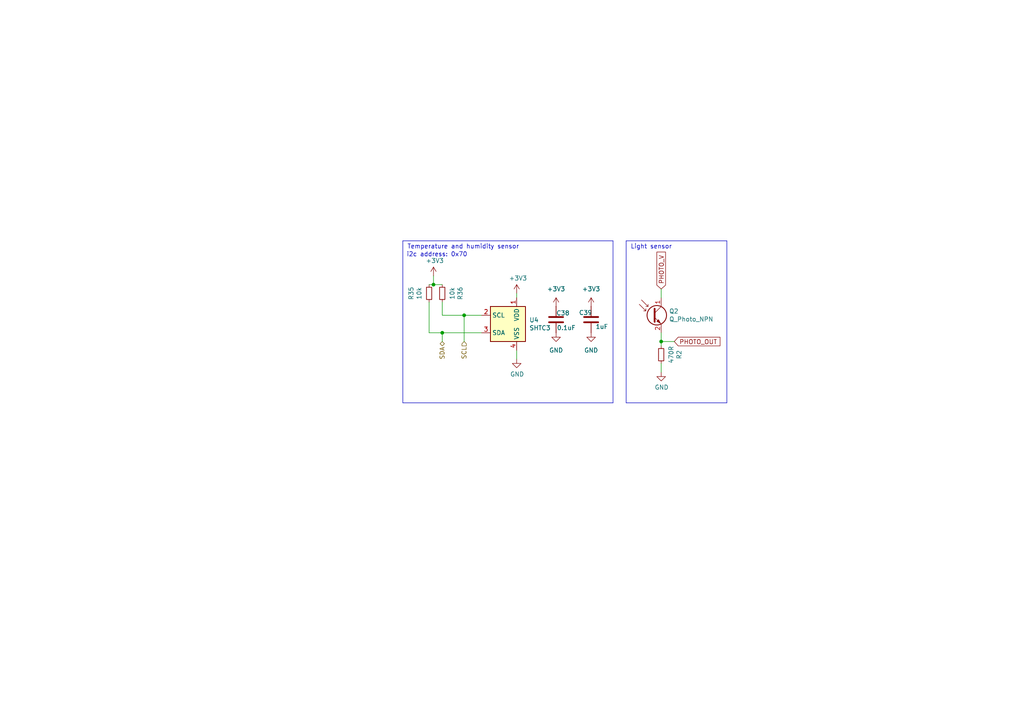
<source format=kicad_sch>
(kicad_sch (version 20250114) (generator "eeschema") (generator_version "9.0")
  (paper "A4")
  (title_block (title "ENV SENSOR") (date "2025-04-25") (rev "1.0.0"))
  (lib_symbols
    (symbol "Device:Q_Photo_NPN" (pin_names (offset 0) (hide yes))
      (property "Reference" "Q" (at 5.08 1.27 0))
      (property "Value" "Q_Photo_NPN" (at 5.08 -1.27 0))
      (symbol "Q_Photo_NPN_0_1"
        (polyline (pts (xy -3.81 3.175) (xy -1.905 1.27) (xy -1.905 1.905)))
        (polyline (pts (xy -3.175 4.445) (xy -1.27 2.54) (xy -1.27 3.175)))
        (polyline (pts (xy -1.905 1.27) (xy -2.54 1.27)))
        (polyline (pts (xy -1.27 2.54) (xy -1.905 2.54)))
        (polyline (pts (xy 0.635 1.905) (xy 0.635 -1.905) (xy 0.635 -1.905)) (stroke (width 0.508)))
        (polyline (pts (xy 0.635 0.635) (xy 2.54 2.54)))
        (polyline (pts (xy 0.635 -0.635) (xy 2.54 -2.54) (xy 2.54 -2.54)))
        (circle (center 1.27 0) (radius 2.8194) (stroke (width 0.254)))
        (polyline (pts (xy 1.27 -1.778) (xy 1.778 -1.27) (xy 2.286 -2.286) (xy 1.27 -1.778) (xy 1.27 -1.778)) (fill (type outline)))
      )
      (symbol "Q_Photo_NPN_1_1"
        (pin passive line (at 2.54 5.08 270) (length 2.54) (name "C") (number "1"))
        (pin passive line (at 2.54 -5.08 90) (length 2.54) (name "E") (number "2"))
      )
    )
    (symbol "Device:R_Small" (pin_numbers (hide yes)) (pin_names (offset 0.254) (hide yes))
      (property "Reference" "R" (at 0 0 90))
      (property "Value" "R_Small" (at 1.778 0 90))
      (symbol "R_Small_0_1"
        (rectangle (start -0.762 1.778) (end 0.762 -1.778) (stroke (width 0.2032)))
      )
      (symbol "R_Small_1_1"
        (pin passive line (at 0 2.54 270) (length 0.762) (name "~") (number "1"))
        (pin passive line (at 0 -2.54 90) (length 0.762) (name "~") (number "2"))
      )
    )
    (symbol "Library:C" (pin_numbers (hide yes)) (pin_names (offset 0.254))
      (property "Reference" "C" (at 0.635 2.54 0))
      (property "Value" "C" (at 0.635 -2.54 0))
      (symbol "C_0_1"
        (polyline (pts (xy -2.032 0.762) (xy 2.032 0.762)) (stroke (width 0.508)))
        (polyline (pts (xy -2.032 -0.762) (xy 2.032 -0.762)) (stroke (width 0.508)))
      )
      (symbol "C_1_1"
        (pin passive line (at 0 3.81 270) (length 2.794) (name "~") (number "1"))
        (pin passive line (at 0 -3.81 90) (length 2.794) (name "~") (number "2"))
      )
    )
    (symbol "Sensor_Humidity:SHTC3"
      (property "Reference" "U" (at -3.81 6.35 0))
      (property "Value" "SHTC3" (at -2.54 -6.35 0))
      (symbol "SHTC3_1_1"
        (rectangle (start -5.08 5.08) (end 5.08 -5.08) (stroke (width 0.254)) (fill (type background)))
        (pin input line (at -7.62 2.54 0) (length 2.54) (name "SCL") (number "2"))
        (pin bidirectional line (at -7.62 -2.54 0) (length 2.54) (name "SDA") (number "3"))
        (pin power_in line (at 2.54 7.62 270) (length 2.54) (name "VDD") (number "1"))
        (pin power_in line (at 2.54 -7.62 90) (length 2.54) (name "VSS") (number "4"))
        (pin no_connect line (at 5.08 0 180) (length 2.54) (hide yes) (name "NC") (number "5"))
      )
    )
    (symbol "power:+1V8" (power) (pin_numbers (hide yes)) (pin_names (offset 0) (hide yes))
      (property "Value" "+1V8" (at 0 3.556 0))
      (symbol "+1V8_0_1"
        (polyline (pts (xy -0.762 1.27) (xy 0 2.54)))
        (polyline (pts (xy 0 2.54) (xy 0.762 1.27)))
        (polyline (pts (xy 0 0) (xy 0 2.54)))
      )
      (symbol "+1V8_1_1"
        (pin power_in line (at 0 0 90) (length 0) (name "~") (number "1"))
      )
    )
    (symbol "power:+3V0" (power) (pin_names (offset 0))
      (property "Value" "+3V0" (at 0 3.556 0))
      (symbol "+3V0_0_1"
        (polyline (pts (xy -0.762 1.27) (xy 0 2.54)))
        (polyline (pts (xy 0 2.54) (xy 0.762 1.27)))
        (polyline (pts (xy 0 0) (xy 0 2.54)))
      )
      (symbol "+3V0_1_1"
        (pin power_in line (at 0 0 90) (length 0) (hide yes) (name "+3V0") (number "1"))
      )
    )
    (symbol "power:GND" (power) (pin_names (offset 0))
      (property "Value" "GND" (at 0 -3.81 0))
      (symbol "GND_0_1"
        (polyline (pts (xy 0 0) (xy 0 -1.27) (xy 1.27 -1.27) (xy 0 -2.54) (xy -1.27 -1.27) (xy 0 -1.27)))
      )
      (symbol "GND_1_1"
        (pin power_in line (at 0 0 270) (length 0) (hide yes) (name "GND") (number "1"))
      )
    )
  )
  (text "i2c address: 0x70" (at 126.746 73.914 0) (effects (font (size 1.27 1.27))))
  (text "Light sensor" (at 182.88 72.39 0) (effects (font (size 1.27 1.27)) (justify left bottom)))
  (text "Temperature and humidity sensor" (at 118.11 72.39 0) (effects (font (size 1.27 1.27)) (justify left bottom)))
  (junction (at 128.27 96.52))
  (junction (at 134.62 91.44))
  (junction (at 125.73 82.55))
  (junction (at 191.77 99.06))
  (wire (pts (xy 134.62 91.44) (xy 128.27 91.44)))
  (polyline (pts (xy 177.8 69.85) (xy 177.8 116.84)))
  (wire (pts (xy 191.77 99.06) (xy 195.58 99.06)))
  (polyline (pts (xy 181.61 69.85) (xy 181.61 116.84)))
  (wire (pts (xy 124.46 87.63) (xy 124.46 96.52)))
  (polyline (pts (xy 177.8 69.85) (xy 116.84 69.85)))
  (wire (pts (xy 149.86 85.09) (xy 149.86 86.36)))
  (wire (pts (xy 191.77 105.41) (xy 191.77 107.95)))
  (wire (pts (xy 124.46 82.55) (xy 125.73 82.55)))
  (wire (pts (xy 128.27 96.52) (xy 128.27 99.06)))
  (polyline (pts (xy 210.82 69.85) (xy 210.82 116.84)))
  (wire (pts (xy 191.77 99.06) (xy 191.77 100.33)))
  (wire (pts (xy 191.77 96.52) (xy 191.77 99.06)))
  (polyline (pts (xy 116.84 69.85) (xy 116.84 116.84)))
  (wire (pts (xy 125.73 82.55) (xy 125.73 80.01)))
  (polyline (pts (xy 210.82 69.85) (xy 181.61 69.85)))
  (polyline (pts (xy 181.61 116.84) (xy 210.82 116.84)))
  (polyline (pts (xy 177.8 116.84) (xy 116.84 116.84)))
  (wire (pts (xy 128.27 87.63) (xy 128.27 91.44)))
  (wire (pts (xy 128.27 96.52) (xy 124.46 96.52)))
  (wire (pts (xy 191.77 83.82) (xy 191.77 86.36)))
  (wire (pts (xy 134.62 91.44) (xy 134.62 99.06)))
  (wire (pts (xy 139.7 96.52) (xy 128.27 96.52)))
  (wire (pts (xy 125.73 82.55) (xy 128.27 82.55)))
  (wire (pts (xy 139.7 91.44) (xy 134.62 91.44)))
  (wire (pts (xy 149.86 101.6) (xy 149.86 104.14)))
  (global_label "PHOTO_OUT" (shape input) (at 195.58 99.06 0) (property "Intersheetrefs" "${INTERSHEET_REFS}" (effects (hide yes))))
  (global_label "PHOTO_V" (shape input) (at 191.77 83.82 90) (property "Intersheetrefs" "${INTERSHEET_REFS}" (effects (hide yes))))
  (hierarchical_label "SCL" (shape input) (at 134.62 99.06 270))
  (hierarchical_label "SDA" (shape bidirectional) (at 128.27 99.06 270))
  (symbol (lib_id "power:+1V8") (at 171.45 88.9 0) (unit 1)
    (property "Reference" "#PWR067" (effects (hide yes)))
    (property "Value" "+3V3" (at 171.45 83.82 0))
    (property "Description" "Power symbol creates a global label with name \"+1V8\"" (effects (hide yes)))
  )
  (symbol (lib_id "Sensor_Humidity:SHTC3") (at 147.32 93.98 0) (unit 1)
    (property "Reference" "U4" (at 153.5176 92.8116 0) (effects (justify left)))
    (property "Value" "SHTC3" (at 153.5176 95.123 0) (effects (justify left)))
    (property "Footprint" "Sensor_Humidity:Sensirion_DFN-4-1EP_2x2mm_P1mm_EP0.7x1.6mm" (effects (hide yes)))
    (property "Datasheet" "https://www.sensirion.com/fileadmin/user_upload/customers/sensirion/Dokumente/0_Datasheets/Humidity/Sensirion_Humidity_Sensors_SHTC3_Datasheet.pdf" (effects (hide yes)))
    (property "MPN" "SHTC3" (effects (hide yes)))
  )
  (symbol (lib_id "power:GND") (at 191.77 107.95 0) (unit 1)
    (property "Reference" "#PWR012" (effects (hide yes)))
    (property "Value" "GND" (at 191.897 112.3442 0))
  )
  (symbol (lib_id "power:GND") (at 149.86 104.14 0) (unit 1)
    (property "Reference" "#PWR0124" (effects (hide yes)))
    (property "Value" "GND" (at 149.987 108.5342 0))
  )
  (symbol (lib_id "Library:C") (at 171.45 92.71 0) (unit 1)
    (property "Reference" "C39" (at 167.894 90.678 0) (effects (justify left)))
    (property "Value" "1uF" (at 172.72 94.742 0) (effects (justify left)))
    (property "Footprint" "Capacitor_SMD:C_0603_1608Metric" (effects (hide yes)))
    (property "Description" "Unpolarized capacitor" (effects (hide yes)))
  )
  (symbol (lib_id "Device:Q_Photo_NPN") (at 189.23 91.44 0) (unit 1)
    (property "Reference" "Q2" (at 194.056 90.2716 0) (effects (justify left)))
    (property "Value" "Q_Photo_NPN" (at 194.056 92.583 0) (effects (justify left)))
    (property "Footprint" "Soilsense:PHOTOTRANS_1708Metric" (effects (hide yes)))
    (property "Datasheet" "https://datasheet.lcsc.com/lcsc/1806131537_Everlight-Elec-ALS-PT19-315C-L177-TR8_C146233.pdf" (effects (hide yes)))
    (property "MPN" "ALS-PT19-315C/L177/TR8" (effects (hide yes)))
  )
  (symbol (lib_id "Device:R_Small") (at 128.27 85.09 0) (unit 1)
    (property "Reference" "R36" (at 133.477 85.09 90))
    (property "Value" "10k" (at 131.1656 85.09 90))
    (property "Footprint" "Resistor_SMD:R_0402_1005Metric" (effects (hide yes)))
    (property "Description" "Resistor, small symbol" (effects (hide yes)))
  )
  (symbol (lib_id "power:GND") (at 161.29 96.52 0) (unit 1)
    (property "Reference" "#PWR0113" (effects (hide yes)))
    (property "Value" "GND" (at 161.29 101.6 0))
  )
  (symbol (lib_id "power:+3V0") (at 149.86 85.09 0) (unit 1)
    (property "Reference" "#PWR0123" (effects (hide yes)))
    (property "Value" "+3V3" (at 150.241 80.6958 0))
  )
  (symbol (lib_id "power:+3V0") (at 125.73 80.01 0) (unit 1)
    (property "Reference" "#PWR0122" (effects (hide yes)))
    (property "Value" "+3V3" (at 126.111 75.6158 0))
  )
  (symbol (lib_id "Device:R_Small") (at 124.46 85.09 180) (unit 1)
    (property "Reference" "R35" (at 119.253 85.09 90))
    (property "Value" "10k" (at 121.5644 85.09 90))
    (property "Footprint" "Resistor_SMD:R_0402_1005Metric" (effects (hide yes)))
    (property "Description" "Resistor, small symbol" (effects (hide yes)))
  )
  (symbol (lib_id "Library:C") (at 161.29 92.71 0) (unit 1)
    (property "Reference" "C38" (at 161.3181 90.7994 0) (effects (justify left)))
    (property "Value" "0.1uF" (at 161.4904 95.0764 0) (effects (justify left)))
    (property "Footprint" "Capacitor_SMD:C_0603_1608Metric" (effects (hide yes)))
    (property "Description" "Unpolarized capacitor" (effects (hide yes)))
  )
  (symbol (lib_id "power:+1V8") (at 161.29 88.9 0) (unit 1)
    (property "Reference" "#PWR062" (effects (hide yes)))
    (property "Value" "+3V3" (at 161.29 83.82 0))
    (property "Description" "Power symbol creates a global label with name \"+1V8\"" (effects (hide yes)))
  )
  (symbol (lib_id "power:GND") (at 171.45 96.52 0) (unit 1)
    (property "Reference" "#PWR0115" (effects (hide yes)))
    (property "Value" "GND" (at 171.45 101.6 0))
  )
  (symbol (lib_id "Device:R_Small") (at 191.77 102.87 0) (unit 1)
    (property "Reference" "R2" (at 196.977 102.87 90))
    (property "Value" "470R" (at 194.6656 102.87 90))
    (property "Footprint" "Resistor_SMD:R_0603_1608Metric" (effects (hide yes)))
    (property "Description" "Resistor, small symbol" (effects (hide yes)))
  )
)
</source>
